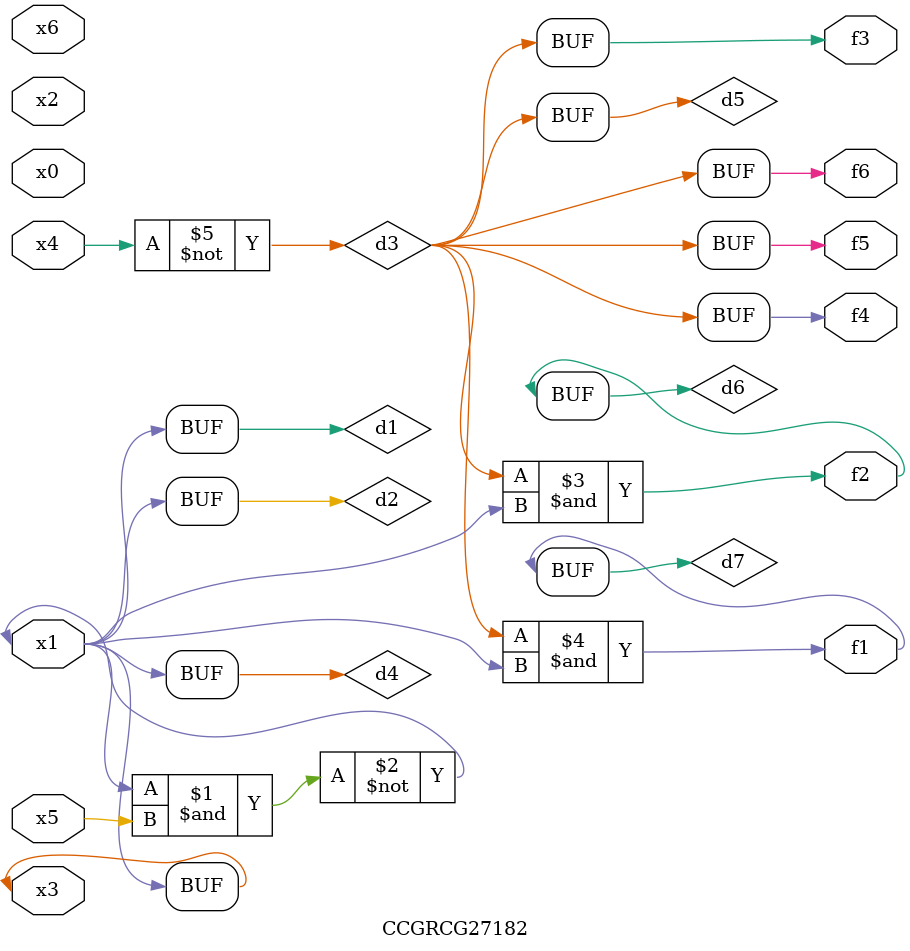
<source format=v>
module CCGRCG27182(
	input x0, x1, x2, x3, x4, x5, x6,
	output f1, f2, f3, f4, f5, f6
);

	wire d1, d2, d3, d4, d5, d6, d7;

	buf (d1, x1, x3);
	nand (d2, x1, x5);
	not (d3, x4);
	buf (d4, d1, d2);
	buf (d5, d3);
	and (d6, d3, d4);
	and (d7, d3, d4);
	assign f1 = d7;
	assign f2 = d6;
	assign f3 = d5;
	assign f4 = d5;
	assign f5 = d5;
	assign f6 = d5;
endmodule

</source>
